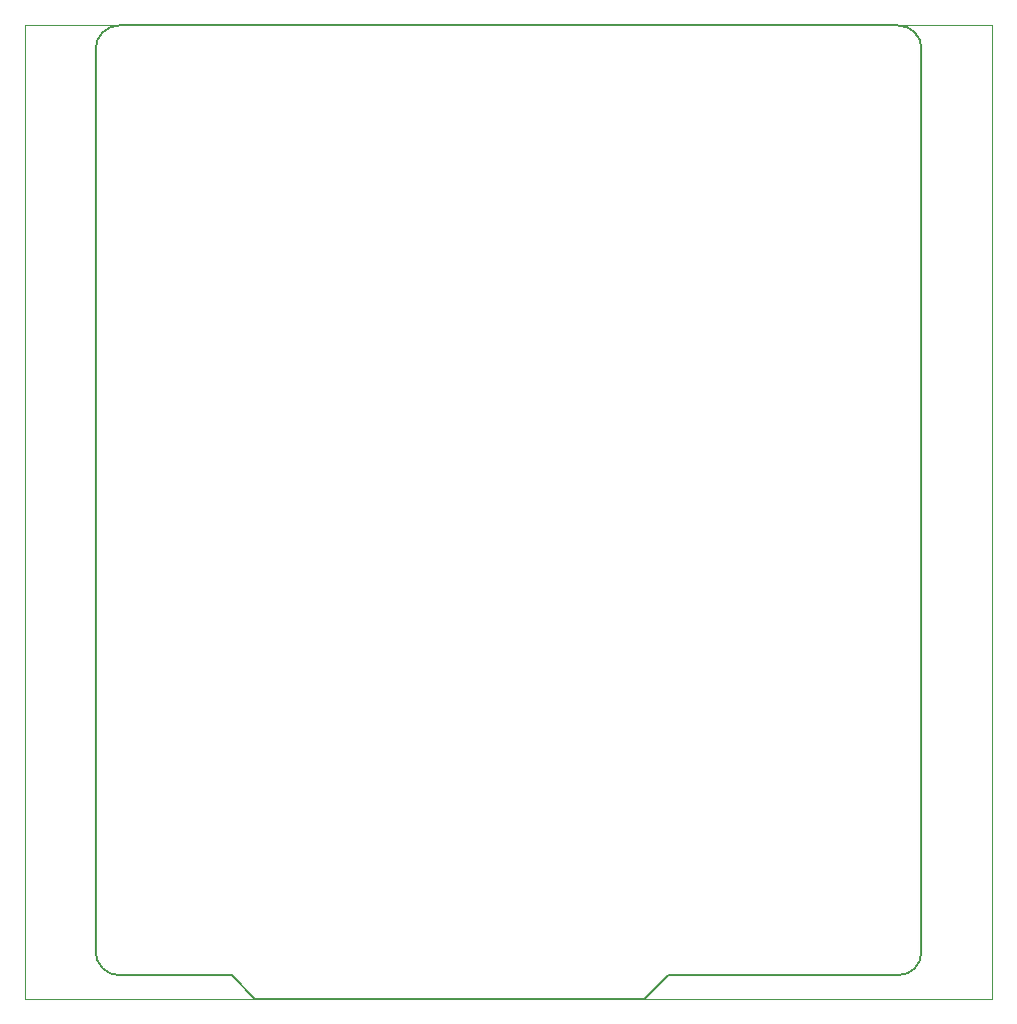
<source format=gko>
G04*
G04 #@! TF.GenerationSoftware,Altium Limited,Altium Designer,19.0.15 (446)*
G04*
G04 Layer_Color=16711935*
%FSLAX44Y44*%
%MOMM*%
G71*
G01*
G75*
%ADD149C,0.1000*%
%ADD150C,0.1270*%
D149*
X194000Y254000D02*
X1014000D01*
Y1079000D01*
X194000D02*
X1014000D01*
X194000Y254000D02*
Y1079000D01*
D150*
X274000Y1079000D02*
G03*
X254000Y1059000I0J-20000D01*
G01*
Y294000D02*
G03*
X274000Y274000I20000J0D01*
G01*
X954000Y1059000D02*
G03*
X934000Y1079000I-20000J0D01*
G01*
Y274000D02*
G03*
X954000Y294000I0J20000D01*
G01*
X389000Y254000D02*
X719000D01*
X369000Y274000D02*
X389000Y254000D01*
X739000Y274000D02*
X934000D01*
X274000Y274000D02*
X369000D01*
X254000Y1059000D02*
X254000Y294000D01*
X954000Y1059000D02*
X954000Y294000D01*
X719000Y254000D02*
X739000Y274000D01*
X274000Y1079000D02*
X934000D01*
M02*

</source>
